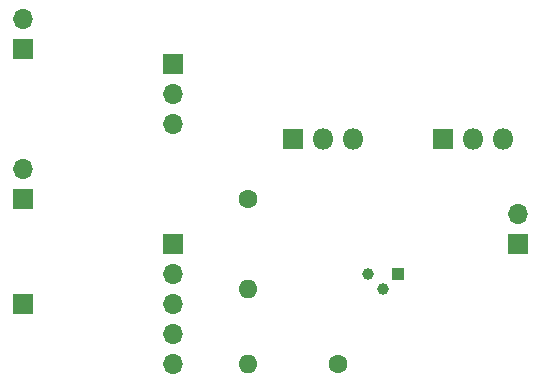
<source format=gbr>
G04 #@! TF.GenerationSoftware,KiCad,Pcbnew,5.0.0-fee4fd1~65~ubuntu17.10.1*
G04 #@! TF.CreationDate,2018-12-28T17:30:30-05:00*
G04 #@! TF.ProjectId,resetter,72657365747465722E6B696361645F70,rev?*
G04 #@! TF.SameCoordinates,Original*
G04 #@! TF.FileFunction,Copper,L1,Top,Signal*
G04 #@! TF.FilePolarity,Positive*
%FSLAX46Y46*%
G04 Gerber Fmt 4.6, Leading zero omitted, Abs format (unit mm)*
G04 Created by KiCad (PCBNEW 5.0.0-fee4fd1~65~ubuntu17.10.1) date Fri Dec 28 17:30:30 2018*
%MOMM*%
%LPD*%
G01*
G04 APERTURE LIST*
G04 #@! TA.AperFunction,ComponentPad*
%ADD10O,1.700000X1.700000*%
G04 #@! TD*
G04 #@! TA.AperFunction,ComponentPad*
%ADD11R,1.700000X1.700000*%
G04 #@! TD*
G04 #@! TA.AperFunction,ComponentPad*
%ADD12R,1.000000X1.000000*%
G04 #@! TD*
G04 #@! TA.AperFunction,ComponentPad*
%ADD13C,1.000000*%
G04 #@! TD*
G04 #@! TA.AperFunction,ComponentPad*
%ADD14O,1.800000X1.800000*%
G04 #@! TD*
G04 #@! TA.AperFunction,ComponentPad*
%ADD15R,1.800000X1.800000*%
G04 #@! TD*
G04 #@! TA.AperFunction,ComponentPad*
%ADD16O,1.600000X1.600000*%
G04 #@! TD*
G04 #@! TA.AperFunction,ComponentPad*
%ADD17C,1.600000*%
G04 #@! TD*
G04 APERTURE END LIST*
D10*
G04 #@! TO.P,J1,2*
G04 #@! TO.N,GND*
X29210000Y-38100000D03*
D11*
G04 #@! TO.P,J1,1*
G04 #@! TO.N,Net-(J1-Pad1)*
X29210000Y-40640000D03*
G04 #@! TD*
G04 #@! TO.P,J2,1*
G04 #@! TO.N,Net-(J2-Pad1)*
X29210000Y-49530000D03*
G04 #@! TD*
G04 #@! TO.P,J3,1*
G04 #@! TO.N,GND*
X71120000Y-44450000D03*
D10*
G04 #@! TO.P,J3,2*
G04 #@! TO.N,Net-(J3-Pad2)*
X71120000Y-41910000D03*
G04 #@! TD*
G04 #@! TO.P,J4,2*
G04 #@! TO.N,Net-(J4-Pad2)*
X29210000Y-25400000D03*
D11*
G04 #@! TO.P,J4,1*
G04 #@! TO.N,GND*
X29210000Y-27940000D03*
G04 #@! TD*
D12*
G04 #@! TO.P,Q1,1*
G04 #@! TO.N,GND*
X60960000Y-46990000D03*
D13*
G04 #@! TO.P,Q1,3*
G04 #@! TO.N,Net-(Q1-Pad3)*
X58420000Y-46990000D03*
G04 #@! TO.P,Q1,2*
G04 #@! TO.N,Net-(Q1-Pad2)*
X59690000Y-48260000D03*
G04 #@! TD*
D14*
G04 #@! TO.P,Q2,3*
G04 #@! TO.N,Net-(Q2-Pad3)*
X57150000Y-35560000D03*
G04 #@! TO.P,Q2,2*
G04 #@! TO.N,Net-(J4-Pad2)*
X54610000Y-35560000D03*
D15*
G04 #@! TO.P,Q2,1*
G04 #@! TO.N,Net-(Q1-Pad3)*
X52070000Y-35560000D03*
G04 #@! TD*
G04 #@! TO.P,Q3,1*
G04 #@! TO.N,Net-(Q1-Pad3)*
X64770000Y-35560000D03*
D14*
G04 #@! TO.P,Q3,2*
G04 #@! TO.N,Net-(J3-Pad2)*
X67310000Y-35560000D03*
G04 #@! TO.P,Q3,3*
G04 #@! TO.N,Net-(Q2-Pad3)*
X69850000Y-35560000D03*
G04 #@! TD*
D16*
G04 #@! TO.P,R1,2*
G04 #@! TO.N,Net-(R1-Pad2)*
X48260000Y-54610000D03*
D17*
G04 #@! TO.P,R1,1*
G04 #@! TO.N,Net-(Q1-Pad2)*
X55880000Y-54610000D03*
G04 #@! TD*
G04 #@! TO.P,R2,1*
G04 #@! TO.N,Net-(J4-Pad2)*
X48260000Y-40640000D03*
D16*
G04 #@! TO.P,R2,2*
G04 #@! TO.N,Net-(Q1-Pad3)*
X48260000Y-48260000D03*
G04 #@! TD*
D10*
G04 #@! TO.P,U1,3*
G04 #@! TO.N,Net-(U1-Pad3)*
X41910000Y-34290000D03*
G04 #@! TO.P,U1,2*
G04 #@! TO.N,GND*
X41910000Y-31750000D03*
D11*
G04 #@! TO.P,U1,1*
G04 #@! TO.N,Net-(J4-Pad2)*
X41910000Y-29210000D03*
G04 #@! TD*
D10*
G04 #@! TO.P,U2,5*
G04 #@! TO.N,Net-(J2-Pad1)*
X41910000Y-54610000D03*
G04 #@! TO.P,U2,4*
G04 #@! TO.N,Net-(R1-Pad2)*
X41910000Y-52070000D03*
G04 #@! TO.P,U2,3*
G04 #@! TO.N,Net-(J1-Pad1)*
X41910000Y-49530000D03*
G04 #@! TO.P,U2,2*
G04 #@! TO.N,GND*
X41910000Y-46990000D03*
D11*
G04 #@! TO.P,U2,1*
G04 #@! TO.N,Net-(U1-Pad3)*
X41910000Y-44450000D03*
G04 #@! TD*
M02*

</source>
